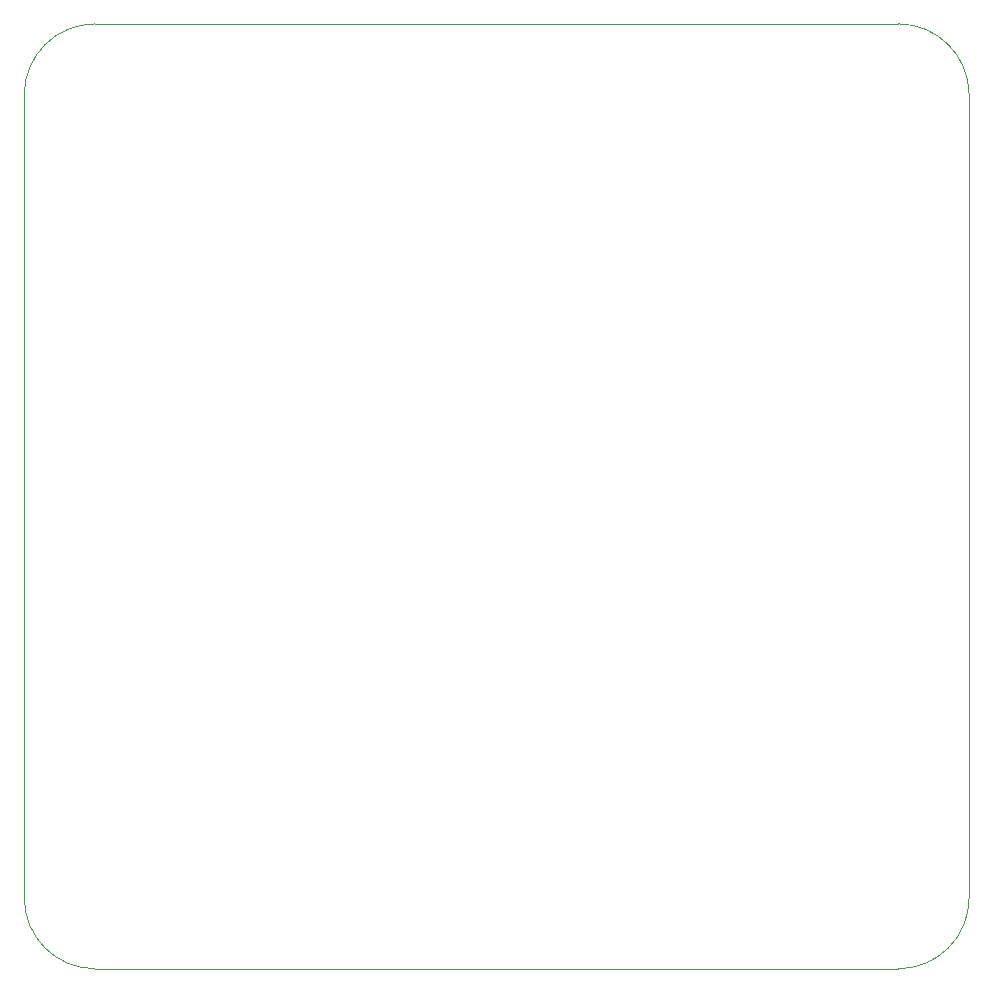
<source format=gbr>
%TF.GenerationSoftware,KiCad,Pcbnew,(6.0.10)*%
%TF.CreationDate,2023-02-21T23:22:35+08:00*%
%TF.ProjectId,LutrarmyMic_PreAmp,4c757472-6172-46d7-994d-69635f507265,rev?*%
%TF.SameCoordinates,Original*%
%TF.FileFunction,Profile,NP*%
%FSLAX46Y46*%
G04 Gerber Fmt 4.6, Leading zero omitted, Abs format (unit mm)*
G04 Created by KiCad (PCBNEW (6.0.10)) date 2023-02-21 23:22:35*
%MOMM*%
%LPD*%
G01*
G04 APERTURE LIST*
%TA.AperFunction,Profile*%
%ADD10C,0.100000*%
%TD*%
G04 APERTURE END LIST*
D10*
X205000000Y-65920000D02*
G75*
G03*
X199000000Y-59920000I-6000000J0D01*
G01*
X199000000Y-139920000D02*
G75*
G03*
X205000000Y-133920000I0J6000000D01*
G01*
X125000000Y-133920000D02*
G75*
G03*
X131000000Y-139920000I6000000J0D01*
G01*
X131000000Y-59920000D02*
G75*
G03*
X125000000Y-65920000I0J-6000000D01*
G01*
X131000000Y-59920000D02*
X199000000Y-59920000D01*
X199000000Y-139920000D02*
X131000000Y-139920000D01*
X125000000Y-133920000D02*
X125000000Y-65920000D01*
X205000000Y-65920000D02*
X205000000Y-133920000D01*
M02*

</source>
